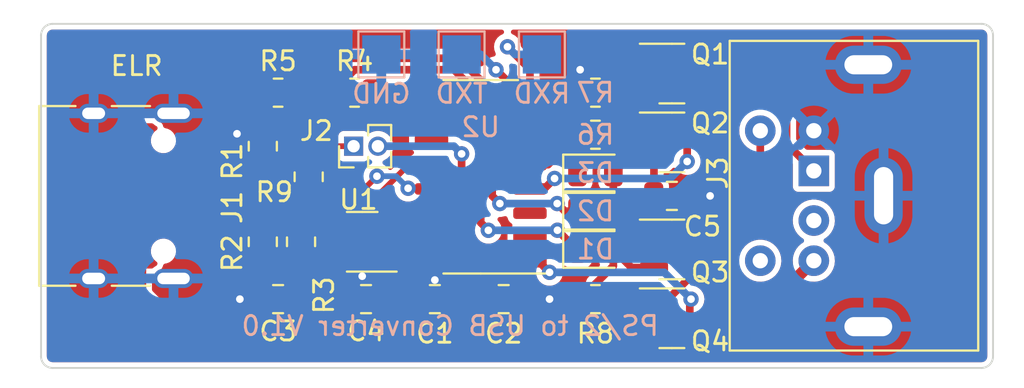
<source format=kicad_pcb>
(kicad_pcb (version 20211014) (generator pcbnew)
  (layers (0 "F.Cu" signal) (31 "B.Cu" signal) (34 "B.Paste" user) (35 "F.Paste" user) (36 "B.SilkS" user "B.Silkscreen") (37 "F.SilkS" user "F.Silkscreen") (38 "B.Mask" user) (39 "F.Mask" user) (44 "Edge.Cuts" user))
  (net 0 "")
  (net 1 "+5V")
  (net 2 "GND")
  (net 3 "+3V3")
  (net 4 "Net-(C3-Pad1)")
  (net 5 "Net-(D1-Pad1)")
  (net 6 "Net-(D2-Pad1)")
  (net 7 "Net-(D3-Pad1)")
  (net 8 "Net-(J1-PadA5)")
  (net 9 "/USBDP")
  (net 10 "/USBDM")
  (net 12 "Net-(J1-PadB5)")
  (net 14 "Net-(J2-Pad1)")
  (net 15 "/KBDAT")
  (net 17 "/KBCLK")
  (net 19 "Net-(Q1-Pad1)")
  (net 20 "Net-(Q3-Pad1)")
  (net 21 "Net-(R3-Pad1)")
  (net 22 "/LED0")
  (net 23 "/LED1")
  (net 24 "/LED2")
  (net 27 "/TXD")
  (net 28 "/RXD")
  (footprint "Package_SO:SO-16_3.9x9.9mm_P1.27mm" (layer "F.Cu") (at 147.4 100.6 180)
    (fp_text reference "U2" (at 0 2.6) (layer "B.SilkS") (effects (justify mirror)))
    (fp_text value "CH552G")
    (fp_line (start 0 -5.06) (end 1.95 -5.06) (layer "F.SilkS") (width 0.12))
    (fp_line (start 0 5.06) (end 1.95 5.06) (layer "F.SilkS") (width 0.12))
    (fp_line (start 0 -5.06) (end -3.45 -5.06) (layer "F.SilkS") (width 0.12))
    (fp_line (start 0 5.06) (end -1.95 5.06) (layer "F.SilkS") (width 0.12))
    (pad "1" smd roundrect (at -2.575 -4.445 180) (size 1.75 0.6) (layers "F.Cu" "F.Paste" "F.Mask") (net 17 "/KBCLK"))
    (pad "2" smd roundrect (at -2.575 -3.175 180) (size 1.75 0.6) (layers "F.Cu" "F.Paste" "F.Mask"))
    (pad "3" smd roundrect (at -2.575 -1.905 180) (size 1.75 0.6) (layers "F.Cu" "F.Paste" "F.Mask"))
    (pad "4" smd roundrect (at -2.575 -0.635 180) (size 1.75 0.6) (layers "F.Cu" "F.Paste" "F.Mask") (net 15 "/KBDAT"))
    (pad "5" smd roundrect (at -2.575 0.635 180) (size 1.75 0.6) (layers "F.Cu" "F.Paste" "F.Mask") (net 24 "/LED2"))
    (pad "6" smd roundrect (at -2.575 1.905 180) (size 1.75 0.6) (layers "F.Cu" "F.Paste" "F.Mask"))
    (pad "7" smd roundrect (at -2.575 3.175 180) (size 1.75 0.6) (layers "F.Cu" "F.Paste" "F.Mask") (net 27 "/TXD"))
    (pad "8" smd roundrect (at -2.575 4.445 180) (size 1.75 0.6) (layers "F.Cu" "F.Paste" "F.Mask") (net 28 "/RXD"))
    (pad "9" smd roundrect (at 2.575 4.445 180) (size 1.75 0.6) (layers "F.Cu" "F.Paste" "F.Mask") (net 22 "/LED0"))
    (pad "10" smd roundrect (at 2.575 3.175 180) (size 1.75 0.6) (layers "F.Cu" "F.Paste" "F.Mask") (net 23 "/LED1"))
    (pad "11" smd roundrect (at 2.575 1.905 180) (size 1.75 0.6) (layers "F.Cu" "F.Paste" "F.Mask"))
    (pad "12" smd roundrect (at 2.575 0.635 180) (size 1.75 0.6) (layers "F.Cu" "F.Paste" "F.Mask") (net 9 "/USBDP"))
    (pad "13" smd roundrect (at 2.575 -0.635 180) (size 1.75 0.6) (layers "F.Cu" "F.Paste" "F.Mask") (net 10 "/USBDM"))
    (pad "14" smd roundrect (at 2.575 -1.905 180) (size 1.75 0.6) (layers "F.Cu" "F.Paste" "F.Mask") (net 2 "GND"))
    (pad "15" smd roundrect (at 2.575 -3.175 180) (size 1.75 0.6) (layers "F.Cu" "F.Paste" "F.Mask") (net 1 "+5V"))
    (pad "16" smd roundrect (at 2.575 -4.445 180) (size 1.75 0.6) (layers "F.Cu" "F.Paste" "F.Mask") (net 3 "+3V3"))
  )
  (footprint "LED_SMD:LED_0805_2012Metric" (layer "F.Cu") (at 153.4 102.4)
    (fp_text reference "D2" (at 0 0) (layer "B.SilkS") (effects (justify mirror)))
    (fp_text value "orange")
    (fp_line (start -1.685 -0.96) (end -1.685 0.96) (layer "F.SilkS") (width 0.12))
    (fp_line (start -1.685 0.96) (end 1 0.96) (layer "F.SilkS") (width 0.12))
    (fp_line (start 1 -0.96) (end -1.685 -0.96) (layer "F.SilkS") (width 0.12))
    (pad "1" smd roundrect (at -0.9375 0) (size 0.975 1.4) (layers "F.Cu" "F.Paste" "F.Mask") (net 6 "Net-(D2-Pad1)"))
    (pad "2" smd roundrect (at 0.9375 0) (size 0.975 1.4) (layers "F.Cu" "F.Paste" "F.Mask") (net 1 "+5V"))
  )
  (footprint "Capacitor_SMD:C_0805_2012Metric" (layer "F.Cu") (at 141.4 107 180)
    (fp_text reference "C4" (at 0 -1.68) (layer "F.SilkS"))
    (fp_text value "0.1u")
    (fp_line (start -0.261252 -0.735) (end 0.261252 -0.735) (layer "F.SilkS") (width 0.12))
    (fp_line (start -0.261252 0.735) (end 0.261252 0.735) (layer "F.SilkS") (width 0.12))
    (pad "1" smd roundrect (at -0.95 0 180) (size 1 1.45) (layers "F.Cu" "F.Paste" "F.Mask") (net 1 "+5V"))
    (pad "2" smd roundrect (at 0.95 0 180) (size 1 1.45) (layers "F.Cu" "F.Paste" "F.Mask") (net 2 "GND"))
  )
  (footprint "LED_SMD:LED_0805_2012Metric" (layer "F.Cu") (at 153.4 104.4)
    (fp_text reference "D1" (at 0 0) (layer "B.SilkS") (effects (justify mirror)))
    (fp_text value "orange")
    (fp_line (start -1.685 0.96) (end 1 0.96) (layer "F.SilkS") (width 0.12))
    (fp_line (start 1 -0.96) (end -1.685 -0.96) (layer "F.SilkS") (width 0.12))
    (fp_line (start -1.685 -0.96) (end -1.685 0.96) (layer "F.SilkS") (width 0.12))
    (pad "1" smd roundrect (at -0.9375 0) (size 0.975 1.4) (layers "F.Cu" "F.Paste" "F.Mask") (net 5 "Net-(D1-Pad1)"))
    (pad "2" smd roundrect (at 0.9375 0) (size 0.975 1.4) (layers "F.Cu" "F.Paste" "F.Mask") (net 1 "+5V"))
  )
  (footprint "Resistor_SMD:R_0805_2012Metric" (layer "F.Cu") (at 153.4 96.2 180)
    (fp_text reference "R7" (at 0 0) (layer "B.SilkS") (effects (justify mirror)))
    (fp_text value "2K2")
    (fp_line (start -0.227064 0.735) (end 0.227064 0.735) (layer "F.SilkS") (width 0.12))
    (fp_line (start -0.227064 -0.735) (end 0.227064 -0.735) (layer "F.SilkS") (width 0.12))
    (pad "1" smd roundrect (at -0.9125 0 180) (size 1.025 1.4) (layers "F.Cu" "F.Paste" "F.Mask") (roundrect_rratio 0.243902439) (net 19 "Net-(Q1-Pad1)"))
    (pad "2" smd roundrect (at 0.9125 0 180) (size 1.025 1.4) (layers "F.Cu" "F.Paste" "F.Mask") (roundrect_rratio 0.243902439) (net 2 "GND"))
  )
  (footprint "Package_TO_SOT_SMD:SOT-23-5" (layer "F.Cu") (at 141.2 104 180)
    (fp_text reference "U1" (at 0.2 2.2) (layer "F.SilkS"))
    (fp_text value "MT9700")
    (fp_line (start 0 -1.56) (end -1.8 -1.56) (layer "F.SilkS") (width 0.12))
    (fp_line (start 0 -1.56) (end 0.8 -1.56) (layer "F.SilkS") (width 0.12))
    (fp_line (start 0 1.56) (end 0.8 1.56) (layer "F.SilkS") (width 0.12))
    (fp_line (start 0 1.56) (end -0.8 1.56) (layer "F.SilkS") (width 0.12))
    (pad "1" smd roundrect (at -1.1375 -0.95 180) (size 1.325 0.6) (layers "F.Cu" "F.Paste" "F.Mask") (net 1 "+5V"))
    (pad "2" smd roundrect (at -1.1375 0 180) (size 1.325 0.6) (layers "F.Cu" "F.Paste" "F.Mask") (net 2 "GND"))
    (pad "3" smd roundrect (at -1.1375 0.95 180) (size 1.325 0.6) (layers "F.Cu" "F.Paste" "F.Mask") (net 21 "Net-(R3-Pad1)"))
    (pad "4" smd roundrect (at 1.1375 0.95 180) (size 1.325 0.6) (layers "F.Cu" "F.Paste" "F.Mask") (net 4 "Net-(C3-Pad1)"))
    (pad "5" smd roundrect (at 1.1375 -0.95 180) (size 1.325 0.6) (layers "F.Cu" "F.Paste" "F.Mask") (net 4 "Net-(C3-Pad1)"))
  )
  (footprint "Connector_USB:USB_C_Receptacle_HRO_TYPE-C-31-M-12" (layer "F.Cu") (at 128.2 101.6 -90)
    (fp_text reference "J1" (at 0.6 -6.2 90) (layer "F.SilkS"))
    (fp_text value "USB_C_Receptacle_USB2.0")
    (fp_line (start 4.7 -1.9) (end 4.7 0.1) (layer "F.SilkS") (width 0.12))
    (fp_line (start 4.7 2) (end 4.7 3.9) (layer "F.SilkS") (width 0.12))
    (fp_line (start -4.7 2) (end -4.7 3.9) (layer "F.SilkS") (width 0.12))
    (fp_line (start -4.7 3.9) (end 4.7 3.9) (layer "F.SilkS") (width 0.12))
    (fp_line (start -4.7 -1.9) (end -4.7 0.1) (layer "F.SilkS") (width 0.12))
    (pad "" np_thru_hole circle (at 2.89 -2.6 270) (size 0.65 0.65) (drill 0.65) (layers *.Cu *.Mask))
    (pad "" np_thru_hole circle (at -2.89 -2.6 270) (size 0.65 0.65) (drill 0.65) (layers *.Cu *.Mask))
    (pad "A1" smd rect (at -3.25 -4.045 270) (size 0.6 1.45) (layers "F.Cu" "F.Paste" "F.Mask") (net 2 "GND"))
    (pad "A4" smd rect (at -2.45 -4.045 270) (size 0.6 1.45) (layers "F.Cu" "F.Paste" "F.Mask") (net 4 "Net-(C3-Pad1)"))
    (pad "A5" smd rect (at -1.25 -4.045 270) (size 0.3 1.45) (layers "F.Cu" "F.Paste" "F.Mask") (net 8 "Net-(J1-PadA5)"))
    (pad "A6" smd rect (at -0.25 -4.045 270) (size 0.3 1.45) (layers "F.Cu" "F.Paste" "F.Mask") (net 9 "/USBDP"))
    (pad "A7" smd rect (at 0.25 -4.045 270) (size 0.3 1.45) (layers "F.Cu" "F.Paste" "F.Mask") (net 10 "/USBDM"))
    (pad "A8" smd rect (at 1.25 -4.045 270) (size 0.3 1.45) (layers "F.Cu" "F.Paste" "F.Mask"))
    (pad "A9" smd rect (at 2.45 -4.045 270) (size 0.6 1.45) (layers "F.Cu" "F.Paste" "F.Mask") (net 4 "Net-(C3-Pad1)"))
    (pad "A12" smd rect (at 3.25 -4.045 270) (size 0.6 1.45) (layers "F.Cu" "F.Paste" "F.Mask") (net 2 "GND"))
    (pad "B1" smd rect (at 3.25 -4.045 270) (size 0.6 1.45) (layers "F.Cu" "F.Paste" "F.Mask") (net 2 "GND"))
    (pad "B4" smd rect (at 2.45 -4.045 270) (size 0.6 1.45) (layers "F.Cu" "F.Paste" "F.Mask") (net 4 "Net-(C3-Pad1)"))
    (pad "B5" smd rect (at 1.75 -4.045 270) (size 0.3 1.45) (layers "F.Cu" "F.Paste" "F.Mask") (net 12 "Net-(J1-PadB5)"))
    (pad "B6" smd rect (at 0.75 -4.045 270) (size 0.3 1.45) (layers "F.Cu" "F.Paste" "F.Mask") (net 9 "/USBDP"))
    (pad "B7" smd rect (at -0.75 -4.045 270) (size 0.3 1.45) (layers "F.Cu" "F.Paste" "F.Mask") (net 10 "/USBDM"))
    (pad "B8" smd rect (at -1.75 -4.045 270) (size 0.3 1.45) (layers "F.Cu" "F.Paste" "F.Mask"))
    (pad "B9" smd rect (at -2.45 -4.045 270) (size 0.6 1.45) (layers "F.Cu" "F.Paste" "F.Mask") (net 4 "Net-(C3-Pad1)"))
    (pad "B12" smd rect (at -3.25 -4.045 270) (size 0.6 1.45) (layers "F.Cu" "F.Paste" "F.Mask") (net 2 "GND"))
    (pad "S1" thru_hole oval (at 4.32 1.05 270) (size 1 1.6) (drill oval 0.6 1.2) (layers *.Cu *.Mask) (net 2 "GND"))
    (pad "S1" thru_hole oval (at -4.32 1.05 270) (size 1 1.6) (drill oval 0.6 1.2) (layers *.Cu *.Mask) (net 2 "GND"))
    (pad "S1" thru_hole oval (at 4.32 -3.13 270) (size 1 2.1) (drill oval 0.6 1.7) (layers *.Cu *.Mask) (net 2 "GND"))
    (pad "S1" thru_hole oval (at -4.32 -3.13 270) (size 1 2.1) (drill oval 0.6 1.7) (layers *.Cu *.Mask) (net 2 "GND"))
  )
  (footprint "Package_TO_SOT_SMD:SOT-23" (layer "F.Cu") (at 157.4 108)
    (fp_text reference "Q4" (at 2 1.2) (layer "F.SilkS"))
    (fp_text value "MMBT3906")
    (fp_line (start 0 -1.56) (end -1.675 -1.56) (layer "F.SilkS") (width 0.12))
    (fp_line (start 0 1.56) (end 0.65 1.56) (layer "F.SilkS") (width 0.12))
    (fp_line (start 0 -1.56) (end 0.65 -1.56) (layer "F.SilkS") (width 0.12))
    (fp_line (start 0 1.56) (end -0.65 1.56) (layer "F.SilkS") (width 0.12))
    (pad "1" smd roundrect (at -0.9375 -0.95) (size 1.475 0.6) (layers "F.Cu" "F.Paste" "F.Mask") (net 20 "Net-(Q3-Pad1)"))
    (pad "2" smd roundrect (at -0.9375 0.95) (size 1.475 0.6) (layers "F.Cu" "F.Paste" "F.Mask") (net 1 "+5V"))
    (pad "3" smd roundrect (at 0.9375 0) (size 1.475 0.6) (layers "F.Cu" "F.Paste" "F.Mask") (net 17 "/KBCLK"))
  )
  (footprint "Signetics:Connector_Mini-DIN_Female_6Pin_2rows" (layer "F.Cu") (at 164.825 100.29 90)
    (fp_text reference "J3" (at -0.11 -5.025 270) (layer "F.SilkS"))
    (fp_text value "Mini-DIN-6")
    (fp_line (start -9.4 -4.4) (end -9.4 8.6) (layer "F.SilkS") (width 0.12))
    (fp_line (start 6.8 -4.4) (end 6.8 8.6) (layer "F.SilkS") (width 0.12))
    (fp_line (start -9.4 -4.4) (end 6.8 -4.4) (layer "F.SilkS") (width 0.12))
    (fp_line (start -9.4 8.6) (end 6.8 8.6) (layer "F.SilkS") (width 0.12))
    (pad "1" thru_hole rect locked (at 0 0 90) (size 1.6 1.6) (drill 0.8) (layers *.Cu *.Mask) (net 15 "/KBDAT"))
    (pad "2" thru_hole circle locked (at -2.6 0 90) (size 1.6 1.6) (drill 0.8) (layers *.Cu *.Mask))
    (pad "3" thru_hole circle locked (at 2.1 0 90) (size 1.6 1.6) (drill 0.8) (layers *.Cu *.Mask) (net 2 "GND"))
    (pad "4" thru_hole circle locked (at -4.7 0 90) (size 1.6 1.6) (drill 0.8) (layers *.Cu *.Mask) (net 1 "+5V"))
    (pad "5" thru_hole circle locked (at 2.1 -2.8 90) (size 1.6 1.6) (drill 0.8) (layers *.Cu *.Mask) (net 17 "/KBCLK"))
    (pad "6" thru_hole circle locked (at -4.7 -2.8 90) (size 1.6 1.6) (drill 0.8) (layers *.Cu *.Mask))
    (pad "7" thru_hole oval locked (at -1.3 3.65 90) (size 4 2) (drill oval 3 1) (layers *.Cu *.Mask) (net 2 "GND"))
    (pad "7" thru_hole oval locked (at 5.55 2.85 90) (size 2 3.5) (drill oval 1 2.5) (layers *.Cu *.Mask) (net 2 "GND"))
    (pad "7" thru_hole oval locked (at -8.15 2.85 90) (size 2 3.5) (drill oval 1 2.5) (layers *.Cu *.Mask) (net 2 "GND"))
  )
  (footprint "LED_SMD:LED_0805_2012Metric" (layer "F.Cu") (at 153.4 100.4)
    (fp_text reference "D3" (at 0 0) (layer "B.SilkS") (effects (justify mirror)))
    (fp_text value "orange")
    (fp_line (start 1 -0.96) (end -1.685 -0.96) (layer "F.SilkS") (width 0.12))
    (fp_line (start -1.685 0.96) (end 1 0.96) (layer "F.SilkS") (width 0.12))
    (fp_line (start -1.685 -0.96) (end -1.685 0.96) (layer "F.SilkS") (width 0.12))
    (pad "1" smd roundrect (at -0.9375 0) (size 0.975 1.4) (layers "F.Cu" "F.Paste" "F.Mask") (net 7 "Net-(D3-Pad1)"))
    (pad "2" smd roundrect (at 0.9375 0) (size 0.975 1.4) (layers "F.Cu" "F.Paste" "F.Mask") (net 1 "+5V"))
  )
  (footprint "Package_TO_SOT_SMD:SOT-23" (layer "F.Cu") (at 157.4 104.4)
    (fp_text reference "Q3" (at 2 1.2) (layer "F.SilkS"))
    (fp_text value "MMBT3906")
    (fp_line (start 0 -1.56) (end 0.65 -1.56) (layer "F.SilkS") (width 0.12))
    (fp_line (start 0 1.56) (end -0.65 1.56) (layer "F.SilkS") (width 0.12))
    (fp_line (start 0 -1.56) (end -1.675 -1.56) (layer "F.SilkS") (width 0.12))
    (fp_line (start 0 1.56) (end 0.65 1.56) (layer "F.SilkS") (width 0.12))
    (pad "1" smd roundrect (at -0.9375 -0.95) (size 1.475 0.6) (layers "F.Cu" "F.Paste" "F.Mask") (net 20 "Net-(Q3-Pad1)"))
    (pad "2" smd roundrect (at -0.9375 0.95) (size 1.475 0.6) (layers "F.Cu" "F.Paste" "F.Mask") (net 1 "+5V"))
    (pad "3" smd roundrect (at 0.9375 0) (size 1.475 0.6) (layers "F.Cu" "F.Paste" "F.Mask") (net 20 "Net-(Q3-Pad1)"))
  )
  (footprint "Package_TO_SOT_SMD:SOT-23" (layer "F.Cu") (at 157.4 95.2)
    (fp_text reference "Q1" (at 2 -1) (layer "F.SilkS"))
    (fp_text value "MMBT3906")
    (fp_line (start 0 -1.56) (end 0.65 -1.56) (layer "F.SilkS") (width 0.12))
    (fp_line (start 0 -1.56) (end -1.675 -1.56) (layer "F.SilkS") (width 0.12))
    (fp_line (start 0 1.56) (end 0.65 1.56) (layer "F.SilkS") (width 0.12))
    (fp_line (start 0 1.56) (end -0.65 1.56) (layer "F.SilkS") (width 0.12))
    (pad "1" smd roundrect (at -0.9375 -0.95) (size 1.475 0.6) (layers "F.Cu" "F.Paste" "F.Mask") (net 19 "Net-(Q1-Pad1)"))
    (pad "2" smd roundrect (at -0.9375 0.95) (size 1.475 0.6) (layers "F.Cu" "F.Paste" "F.Mask") (net 1 "+5V"))
    (pad "3" smd roundrect (at 0.9375 0) (size 1.475 0.6) (layers "F.Cu" "F.Paste" "F.Mask") (net 19 "Net-(Q1-Pad1)"))
  )
  (footprint "Capacitor_SMD:C_0805_2012Metric" (layer "F.Cu") (at 145 107)
    (fp_text reference "C1" (at 0 1.8) (layer "F.SilkS"))
    (fp_text value "0.1u")
    (fp_line (start -0.261252 0.735) (end 0.261252 0.735) (layer "F.SilkS") (width 0.12))
    (fp_line (start -0.261252 -0.735) (end 0.261252 -0.735) (layer "F.SilkS") (width 0.12))
    (pad "1" smd roundrect (at -0.95 0) (size 1 1.45) (layers "F.Cu" "F.Paste" "F.Mask") (net 1 "+5V"))
    (pad "2" smd roundrect (at 0.95 0) (size 1 1.45) (layers "F.Cu" "F.Paste" "F.Mask") (net 2 "GND"))
  )
  (footprint "Resistor_SMD:R_0805_2012Metric" (layer "F.Cu") (at 136 104 -90)
    (fp_text reference "R2" (at 0.6 1.6 90) (layer "F.SilkS"))
    (fp_text value "5K1")
    (fp_line (start -0.227064 0.735) (end 0.227064 0.735) (layer "F.SilkS") (width 0.12))
    (fp_line (start -0.227064 -0.735) (end 0.227064 -0.735) (layer "F.SilkS") (width 0.12))
    (pad "1" smd roundrect (at -0.9125 0 270) (size 1.025 1.4) (layers "F.Cu" "F.Paste" "F.Mask") (roundrect_rratio 0.243902439) (net 12 "Net-(J1-PadB5)"))
    (pad "2" smd roundrect (at 0.9125 0 270) (size 1.025 1.4) (layers "F.Cu" "F.Paste" "F.Mask") (roundrect_rratio 0.243902439) (net 2 "GND"))
  )
  (footprint "Resistor_SMD:R_0805_2012Metric" (layer "F.Cu") (at 153.4 107 180)
    (fp_text reference "R8" (at 0 -1.8) (layer "F.SilkS"))
    (fp_text value "2K2")
    (fp_line (start -0.227064 -0.735) (end 0.227064 -0.735) (layer "F.SilkS") (width 0.12))
    (fp_line (start -0.227064 0.735) (end 0.227064 0.735) (layer "F.SilkS") (width 0.12))
    (pad "1" smd roundrect (at -0.9125 0 180) (size 1.025 1.4) (layers "F.Cu" "F.Paste" "F.Mask") (roundrect_rratio 0.243902439) (net 20 "Net-(Q3-Pad1)"))
    (pad "2" smd roundrect (at 0.9125 0 180) (size 1.025 1.4) (layers "F.Cu" "F.Paste" "F.Mask") (roundrect_rratio 0.243902439) (net 2 "GND"))
  )
  (footprint "Resistor_SMD:R_0805_2012Metric" (layer "F.Cu") (at 136 99 90)
    (fp_text reference "R1" (at -0.8 -1.6 90) (layer "F.SilkS"))
    (fp_text value "5K1")
    (fp_line (start -0.227064 0.735) (end 0.227064 0.735) (layer "F.SilkS") (width 0.12))
    (fp_line (start -0.227064 -0.735) (end 0.227064 -0.735) (layer "F.SilkS") (width 0.12))
    (pad "1" smd roundrect (at -0.9125 0 90) (size 1.025 1.4) (layers "F.Cu" "F.Paste" "F.Mask") (roundrect_rratio 0.243902439) (net 8 "Net-(J1-PadA5)"))
    (pad "2" smd roundrect (at 0.9125 0 90) (size 1.025 1.4) (layers "F.Cu" "F.Paste" "F.Mask") (roundrect_rratio 0.243902439) (net 2 "GND"))
  )
  (footprint "Capacitor_SMD:C_0805_2012Metric" (layer "F.Cu") (at 136.8 107 180)
    (fp_text reference "C3" (at 0 -1.68) (layer "F.SilkS"))
    (fp_text value "0.1u")
    (fp_line (start -0.261252 0.735) (end 0.261252 0.735) (layer "F.SilkS") (width 0.12))
    (fp_line (start -0.261252 -0.735) (end 0.261252 -0.735) (layer "F.SilkS") (width 0.12))
    (pad "1" smd roundrect (at -0.95 0 180) (size 1 1.45) (layers "F.Cu" "F.Paste" "F.Mask") (net 4 "Net-(C3-Pad1)"))
    (pad "2" smd roundrect (at 0.95 0 180) (size 1 1.45) (layers "F.Cu" "F.Paste" "F.Mask") (net 2 "GND"))
  )
  (footprint "Package_TO_SOT_SMD:SOT-23" (layer "F.Cu") (at 157.4 98.8)
    (fp_text reference "Q2" (at 2 -1) (layer "F.SilkS"))
    (fp_text value "MMBT3906")
    (fp_line (start 0 1.56) (end 0.65 1.56) (layer "F.SilkS") (width 0.12))
    (fp_line (start 0 1.56) (end -0.65 1.56) (layer "F.SilkS") (width 0.12))
    (fp_line (start 0 -1.56) (end 0.65 -1.56) (layer "F.SilkS") (width 0.12))
    (fp_line (start 0 -1.56) (end -1.675 -1.56) (layer "F.SilkS") (width 0.12))
    (pad "1" smd roundrect (at -0.9375 -0.95) (size 1.475 0.6) (layers "F.Cu" "F.Paste" "F.Mask") (net 19 "Net-(Q1-Pad1)"))
    (pad "2" smd roundrect (at -0.9375 0.95) (size 1.475 0.6) (layers "F.Cu" "F.Paste" "F.Mask") (net 1 "+5V"))
    (pad "3" smd roundrect (at 0.9375 0) (size 1.475 0.6) (layers "F.Cu" "F.Paste" "F.Mask") (net 15 "/KBDAT"))
  )
  (footprint "Capacitor_SMD:C_0805_2012Metric" (layer "F.Cu") (at 157.4 101.6)
    (fp_text reference "C5" (at 1.6 1.6 180) (layer "F.SilkS"))
    (fp_text value "0.1u")
    (fp_line (start -0.261252 -0.735) (end 0.261252 -0.735) (layer "F.SilkS") (width 0.12))
    (fp_line (start -0.261252 0.735) (end 0.261252 0.735) (layer "F.SilkS") (width 0.12))
    (pad "1" smd roundrect (at -0.95 0) (size 1 1.45) (layers "F.Cu" "F.Paste" "F.Mask") (net 1 "+5V"))
    (pad "2" smd roundrect (at 0.95 0) (size 1 1.45) (layers "F.Cu" "F.Paste" "F.Mask") (net 2 "GND"))
  )
  (footprint "Connector_PinHeader_1.27mm:PinHeader_1x02_P1.27mm_Vertical" (layer "F.Cu") (at 140.75 99 90)
    (fp_text reference "J2" (at 0.8 -1.95 180) (layer "F.SilkS"))
    (fp_text value "Conn_01x02")
    (fp_line (start -1.11 0.76) (end -1.11 1.965) (layer "F.SilkS") (width 0.12))
    (fp_line (start -1.11 0.76) (end -0.563471 0.76) (layer "F.SilkS") (width 0.12))
    (fp_line (start -1.11 1.965) (end -0.30753 1.965) (layer "F.SilkS") (width 0.12))
    (fp_line (start -1.11 -0.76) (end 0 -0.76) (layer "F.SilkS") (width 0.12))
    (fp_line (start 0.30753 1.965) (end 1.11 1.965) (layer "F.SilkS") (width 0.12))
    (fp_line (start 0.563471 0.76) (end 1.11 0.76) (layer "F.SilkS") (width 0.12))
    (fp_line (start 1.11 0.76) (end 1.11 1.965) (layer "F.SilkS") (width 0.12))
    (fp_line (start -1.11 0) (end -1.11 -0.76) (layer "F.SilkS") (width 0.12))
    (pad "1" thru_hole rect (at 0 0 90) (size 1 1) (drill 0.65) (layers *.Cu *.Mask) (net 14 "Net-(J2-Pad1)"))
    (pad "2" thru_hole oval (at 0 1.27 90) (size 1 1) (drill 0.65) (layers *.Cu *.Mask) (net 3 "+3V3"))
  )
  (footprint "Resistor_SMD:R_0805_2012Metric" (layer "F.Cu") (at 136.8 96.2)
    (fp_text reference "R5" (at 0 -1.65) (layer "F.SilkS"))
    (fp_text value "2K2")
    (fp_line (start -0.227064 -0.735) (end 0.227064 -0.735) (layer "F.SilkS") (width 0.12))
    (fp_line (start -0.227064 0.735) (end 0.227064 0.735) (layer "F.SilkS") (width 0.12))
    (pad "1" smd roundrect (at -0.9125 0) (size 1.025 1.4) (layers "F.Cu" "F.Paste" "F.Mask") (roundrect_rratio 0.243902439) (net 6 "Net-(D2-Pad1)"))
    (pad "2" smd roundrect (at 0.9125 0) (size 1.025 1.4) (layers "F.Cu" "F.Paste" "F.Mask") (roundrect_rratio 0.243902439) (net 23 "/LED1"))
  )
  (footprint "Resistor_SMD:R_0805_2012Metric" (layer "F.Cu") (at 153.4 98.4 180)
    (fp_text reference "R6" (at 0 0) (layer "B.SilkS") (effects (justify mirror)))
    (fp_text value "2K2")
    (fp_line (start -0.227064 0.735) (end 0.227064 0.735) (layer "F.SilkS") (width 0.12))
    (fp_line (start -0.227064 -0.735) (end 0.227064 -0.735) (layer "F.SilkS") (width 0.12))
    (pad "1" smd roundrect (at -0.9125 0 180) (size 1.025 1.4) (layers "F.Cu" "F.Paste" "F.Mask") (roundrect_rratio 0.243902439) (net 7 "Net-(D3-Pad1)"))
    (pad "2" smd roundrect (at 0.9125 0 180) (size 1.025 1.4) (layers "F.Cu" "F.Paste" "F.Mask") (roundrect_rratio 0.243902439) (net 24 "/LED2"))
  )
  (footprint "Resistor_SMD:R_0805_2012Metric" (layer "F.Cu") (at 138.4 100.6 90)
    (fp_text reference "R9" (at -0.8 -1.8 180) (layer "F.SilkS"))
    (fp_text value "10k")
    (fp_line (start -0.227064 -0.735) (end 0.227064 -0.735) (layer "F.SilkS") (width 0.12))
    (fp_line (start -0.227064 0.735) (end 0.227064 0.735) (layer "F.SilkS") (width 0.12))
    (pad "1" smd roundrect (at -0.9125 0 90) (size 1.025 1.4) (layers "F.Cu" "F.Paste" "F.Mask") (roundrect_rratio 0.243902439) (net 9 "/USBDP"))
    (pad "2" smd roundrect (at 0.9125 0 90) (size 1.025 1.4) (layers "F.Cu" "F.Paste" "F.Mask") (roundrect_rratio 0.243902439) (net 14 "Net-(J2-Pad1)"))
  )
  (footprint "Resistor_SMD:R_0805_2012Metric" (layer "F.Cu") (at 140.8 96.2)
    (fp_text reference "R4" (at 0 -1.65) (layer "F.SilkS"))
    (fp_text value "2K2")
    (fp_line (start -0.227064 -0.735) (end 0.227064 -0.735) (layer "F.SilkS") (width 0.12))
    (fp_line (start -0.227064 0.735) (end 0.227064 0.735) (layer "F.SilkS") (width 0.12))
    (pad "1" smd roundrect (at -0.9125 0) (size 1.025 1.4) (layers "F.Cu" "F.Paste" "F.Mask") (roundrect_rratio 0.243902439) (net 5 "Net-(D1-Pad1)"))
    (pad "2" smd roundrect (at 0.9125 0) (size 1.025 1.4) (layers "F.Cu" "F.Paste" "F.Mask") (roundrect_rratio 0.243902439) (net 22 "/LED0"))
  )
  (footprint "Resistor_SMD:R_0805_2012Metric" (layer "F.Cu") (at 138 104 -90)
    (fp_text reference "R3" (at 2.8 -1.2 90) (layer "F.SilkS"))
    (fp_text value "4.7k")
    (fp_line (start -0.227064 0.735) (end 0.227064 0.735) (layer "F.SilkS") (width 0.12))
    (fp_line (start -0.227064 -0.735) (end 0.227064 -0.735) (layer "F.SilkS") (width 0.12))
    (pad "1" smd roundrect (at -0.9125 0 270) (size 1.025 1.4) (layers "F.Cu" "F.Paste" "F.Mask") (roundrect_rratio 0.243902439) (net 21 "Net-(R3-Pad1)"))
    (pad "2" smd roundrect (at 0.9125 0 270) (size 1.025 1.4) (layers "F.Cu" "F.Paste" "F.Mask") (roundrect_rratio 0.243902439) (net 2 "GND"))
  )
  (footprint "Capacitor_SMD:C_0805_2012Metric" (layer "F.Cu") (at 148.6 107)
    (fp_text reference "C2" (at 0 1.8) (layer "F.SilkS"))
    (fp_text value "0.1u")
    (fp_line (start -0.261252 0.735) (end 0.261252 0.735) (layer "F.SilkS") (width 0.12))
    (fp_line (start -0.261252 -0.735) (end 0.261252 -0.735) (layer "F.SilkS") (width 0.12))
    (pad "1" smd roundrect (at -0.95 0) (size 1 1.45) (layers "F.Cu" "F.Paste" "F.Mask") (net 3 "+3V3"))
    (pad "2" smd roundrect (at 0.95 0) (size 1 1.45) (layers "F.Cu" "F.Paste" "F.Mask") (net 2 "GND"))
  )
  (footprint "TestPoint:TestPoint_Pad_2.0x2.0mm" (layer "B.Cu") (at 146.4 94.2 180)
    (fp_text reference "TP1" hide)
    (fp_text value "TXD" (at 0 -2.05) (layer "B.SilkS") (effects (justify mirror)))
    (fp_line (start 1.2 1.2) (end 1.2 -1.2) (layer "B.SilkS") (width 0.12))
    (fp_line (start -1.2 1.2) (end 1.2 1.2) (layer "B.SilkS") (width 0.12))
    (fp_line (start -1.2 -1.2) (end -1.2 1.2) (layer "B.SilkS") (width 0.12))
    (fp_line (start 1.2 -1.2) (end -1.2 -1.2) (layer "B.SilkS") (width 0.12))
    (pad "1" smd rect (at 0 0 180) (size 2 2) (layers "B.Cu" "B.Mask") (net 27 "/TXD"))
  )
  (footprint "TestPoint:TestPoint_Pad_2.0x2.0mm" (layer "B.Cu") (at 150.6 94.2 180)
    (fp_text reference "TP2" hide)
    (fp_text value "RXD" (at 0 -2.05) (layer "B.SilkS") (effects (justify mirror)))
    (fp_line (start -1.2 1.2) (end 1.2 1.2) (layer "B.SilkS") (width 0.12))
    (fp_line (start 1.2 1.2) (end 1.2 -1.2) (layer "B.SilkS") (width 0.12))
    (fp_line (start -1.2 -1.2) (end -1.2 1.2) (layer "B.SilkS") (width 0.12))
    (fp_line (start 1.2 -1.2) (end -1.2 -1.2) (layer "B.SilkS") (width 0.12))
    (pad "1" smd rect (at 0 0 180) (size 2 2) (layers "B.Cu" "B.Mask") (net 28 "/RXD"))
  )
  (footprint "TestPoint:TestPoint_Pad_2.0x2.0mm" (layer "B.Cu") (at 142.2 94.2 180)
    (fp_text reference "TP3" hide)
    (fp_text value "GND" (at 0 -2.05) (layer "B.SilkS") (effects (justify mirror)))
    (fp_line (start 1.2 -1.2) (end -1.2 -1.2) (layer "B.SilkS") (width 0.12))
    (fp_line (start -1.2 1.2) (end 1.2 1.2) (layer "B.SilkS") (width 0.12))
    (fp_line (start -1.2 -1.2) (end -1.2 1.2) (layer "B.SilkS") (width 0.12))
    (fp_line (start 1.2 1.2) (end 1.2 -1.2) (layer "B.SilkS") (width 0.12))
    (pad "1" smd rect (at 0 0 180) (size 2 2) (layers "B.Cu" "B.Mask") (net 2 "GND"))
  )
  (gr_line (start 125 110.6) (end 173.6 110.6) (layer "Edge.Cuts") (width 0.1))
  (gr_arc (start 173.6 92.6) (mid 174.024264 92.775736) (end 174.2 93.2) (layer "Edge.Cuts") (width 0.1))
  (gr_arc (start 124.4 93.2) (mid 124.575736 92.775736) (end 125 92.6) (layer "Edge.Cuts") (width 0.1))
  (gr_line (start 173.6 92.6) (end 125 92.6) (layer "Edge.Cuts") (width 0.1))
  (gr_line (start 174.2 93.2) (end 174.2 110) (layer "Edge.Cuts") (width 0.1))
  (gr_arc (start 174.2 110) (mid 174.024264 110.424264) (end 173.6 110.6) (layer "Edge.Cuts") (width 0.1))
  (gr_line (start 124.4 93.2) (end 124.4 110) (layer "Edge.Cuts") (width 0.1))
  (gr_arc (start 125 110.6) (mid 124.575736 110.424264) (end 124.4 110) (layer "Edge.Cuts") (width 0.1))
  (gr_text "PS/2 to USB Converter V1.0" (at 145.8 108.4) (layer "B.SilkS") (effects (font (size 1 1)) (justify mirror)))
  (gr_text "ELR" (at 129.4 94.8) (layer "F.SilkS") (effects (font (size 1 1))))
  (segment (start 156.4625 101.5875) (end 156.45 101.6) (width 0.4) (layer "F.Cu") (net 1))
  (segment (start 142.3375 104.95) (end 143.05 104.95) (width 0.4) (layer "F.Cu") (net 1))
  (segment (start 144.05 107) (end 143.55048 106.50048) (width 0.4) (layer "F.Cu") (net 1))
  (segment (start 143.55048 106.50048) (end 143.55048 104.44952) (width 0.4) (layer "F.Cu") (net 1))
  (segment (start 144.05 107.45) (end 145 108.4) (width 0.6) (layer "F.Cu") (net 1))
  (segment (start 156.45 96.15) (end 155.22452 97.37548) (width 0.4) (layer "F.Cu") (net 1))
  (segment (start 156.4625 99.75) (end 154.9875 99.75) (width 0.4) (layer "F.Cu") (net 1))
  (segment (start 156.4625 99.75) (end 156.4625 101.5875) (width 0.4) (layer "F.Cu") (net 1))
  (segment (start 154.9875 99.75) (end 154.3375 100.4) (width 0.4) (layer "F.Cu") (net 1))
  (segment (start 154.3375 104.4) (end 154.3375 105.2625) (width 0.4) (layer "F.Cu") (net 1))
  (segment (start 164.825 104.99) (end 160.865 108.95) (width 0.6) (layer "F.Cu") (net 1))
  (segment (start 144.225 103.775) (end 144.825 103.775) (width 0.4) (layer "F.Cu") (net 1))
  (segment (start 143.05 104.95) (end 143.55048 104.44952) (width 0.4) (layer "F.Cu") (net 1))
  (segment (start 156.4625 105.35) (end 155.2875 105.35) (width 0.4) (layer "F.Cu") (net 1))
  (segment (start 153.4 106.2) (end 153.4 108.4) (width 0.4) (layer "F.Cu") (net 1))
  (segment (start 143.55048 104.44952) (end 144.225 103.775) (width 0.4) (layer "F.Cu") (net 1))
  (segment (start 155.22452 99.51298) (end 154.3375 100.4) (width 0.4) (layer "F.Cu") (net 1))
  (segment (start 153.4 108.4) (end 155.9125 108.4) (width 0.6) (layer "F.Cu") (net 1))
  (segment (start 144.05 107) (end 144.05 107.45) (width 0.6) (layer "F.Cu") (net 1))
  (segment (start 154.3375 105.2625) (end 153.4 106.2) (width 0.4) (layer "F.Cu") (net 1))
  (segment (start 155.2875 105.35) (end 154.3375 104.4) (width 0.4) (layer "F.Cu") (net 1))
  (segment (start 155.22452 97.37548) (end 155.22452 99.51298) (width 0.4) (layer "F.Cu") (net 1))
  (segment (start 142.35 104.9625) (end 142.3375 104.95) (width 0.4) (layer "F.Cu") (net 1))
  (segment (start 160.865 108.95) (end 156.4625 108.95) (width 0.6) (layer "F.Cu") (net 1))
  (segment (start 154.3375 104.4) (end 154.3375 102.4) (width 0.4) (layer "F.Cu") (net 1))
  (segment (start 145 108.4) (end 153.4 108.4) (width 0.6) (layer "F.Cu") (net 1))
  (segment (start 142.35 107) (end 142.35 104.9625) (width 0.4) (layer "F.Cu") (net 1))
  (segment (start 154.3375 100.4) (end 154.3375 102.4) (width 0.4) (layer "F.Cu") (net 1))
  (segment (start 155.9125 108.4) (end 156.4625 108.95) (width 0.6) (layer "F.Cu") (net 1))
  (segment (start 141.847862 104) (end 141.2 104.647862) (width 0.4) (layer "F.Cu") (net 2))
  (segment (start 132.245 104.85) (end 132.245 105.005) (width 0.4) (layer "F.Cu") (net 2))
  (segment (start 140.45 106.55) (end 141.2 105.8) (width 0.4) (layer "F.Cu") (net 2))
  (segment (start 135.9375 104.85) (end 136 104.9125) (width 0.3) (layer "F.Cu") (net 2))
  (segment (start 132.245 104.85) (end 135.9375 104.85) (width 0.3) (layer "F.Cu") (net 2))
  (segment (start 135.7375 98.35) (end 136 98.0875) (width 0.3) (layer "F.Cu") (net 2))
  (segment (start 142.947862 104) (end 144.442862 102.505) (width 0.4) (layer "F.Cu") (net 2))
  (segment (start 135.85 105.0625) (end 136 104.9125) (width 0.3) (layer "F.Cu") (net 2))
  (segment (start 144.442862 102.505) (end 144.825 102.505) (width 0.4) (layer "F.Cu") (net 2))
  (segment (start 158.35 101.6) (end 159.4 101.6) (width 0.4) (layer "F.Cu") (net 2))
  (segment (start 142.3375 104) (end 141.847862 104) (width 0.4) (layer "F.Cu") (net 2))
  (segment (start 131.33 97.28) (end 131.33 97.435) (width 0.3) (layer "F.Cu") (net 2))
  (segment (start 152.4875 95.1125) (end 152.6 95) (width 0.4) (layer "F.Cu") (net 2))
  (segment (start 140.45 107) (end 140.45 106.55) (width 0.4) (layer "F.Cu") (net 2))
  (segment (start 145.95 106.95) (end 145 106) (width 0.4) (layer "F.Cu") (net 2))
  (segment (start 138 104.9125) (end 136 104.9125) (width 0.3) (layer "F.Cu") (net 2))
  (segment (start 142.3375 104) (end 142.947862 104) (width 0.4) (layer "F.Cu") (net 2))
  (segment (start 141.2 104.647862) (end 141.2 105.8) (width 0.4) (layer "F.Cu") (net 2))
  (segment (start 152.4875 107) (end 151 107) (width 0.4) (layer "F.Cu") (net 2))
  (segment (start 149.55 107) (end 151 107) (width 0.4) (layer "F.Cu") (net 2))
  (segment (start 152.4875 96.2) (end 152.4875 95.1125) (width 0.4) (layer "F.Cu") (net 2))
  (segment (start 145.95 107) (end 145.95 106.95) (width 0.4) (layer "F.Cu") (net 2))
  (segment (start 132.245 98.35) (end 134.65 98.35) (width 0.3) (layer "F.Cu") (net 2))
  (segment (start 131.33 97.435) (end 132.245 98.35) (width 0.3) (layer "F.Cu") (net 2))
  (segment (start 132.245 105.005) (end 131.33 105.92) (width 0.4) (layer "F.Cu") (net 2))
  (segment (start 134.65 98.35) (end 135.7375 98.35) (width 0.3) (layer "F.Cu") (net 2))
  (segment (start 135.85 107) (end 134.8 107) (width 0.4) (layer "F.Cu") (net 2))
  (segment (start 135.85 107) (end 135.85 105.0625) (width 0.3) (layer "F.Cu") (net 2))
  (via (at 134.8 107) (size 0.8) (drill 0.4) (layers "F.Cu" "B.Cu") (net 2))
  (via (at 145 106) (size 0.8) (drill 0.4) (layers "F.Cu" "B.Cu") (net 2))
  (via (at 151 107) (size 0.8) (drill 0.4) (layers "F.Cu" "B.Cu") (net 2))
  (via (at 141.2 105.8) (size 0.8) (drill 0.4) (layers "F.Cu" "B.Cu") (net 2))
  (via (at 159.4 101.6) (size 0.8) (drill 0.4) (layers "F.Cu" "B.Cu") (net 2))
  (via (at 152.6 95) (size 0.8) (drill 0.4) (layers "F.Cu" "B.Cu") (net 2))
  (via (at 134.65 98.35) (size 0.8) (drill 0.4) (layers "F.Cu" "B.Cu") (net 2))
  (segment (start 144.825 105.045) (end 146.355 105.045) (width 0.4) (layer "F.Cu") (net 3))
  (segment (start 146.4 105.4) (end 146.4 105) (width 0.4) (layer "F.Cu") (net 3))
  (segment (start 146.4 105) (end 146.4 99.4) (width 0.4) (layer "F.Cu") (net 3))
  (segment (start 147.65 107) (end 147.65 106.65) (width 0.4) (layer "F.Cu") (net 3))
  (segment (start 147.65 106.65) (end 146.4 105.4) (width 0.4) (layer "F.Cu") (net 3))
  (segment (start 146.355 105.045) (end 146.4 105) (width 0.4) (layer "F.Cu") (net 3))
  (via (at 146.4 99.4) (size 0.8) (drill 0.4) (layers "F.Cu" "B.Cu") (net 3))
  (segment (start 146.4 99.4) (end 146 99) (width 0.4) (layer "B.Cu") (net 3))
  (segment (start 146 99) (end 142.02 99) (width 0.4) (layer "B.Cu") (net 3))
  (segment (start 140.0625 103.05) (end 140.0625 104.95) (width 0.4) (layer "F.Cu") (net 4))
  (segment (start 131.02452 108.22452) (end 129.6 106.8) (width 0.6) (layer "F.Cu") (net 4))
  (segment (start 137.75 107) (end 137.75 107.05) (width 0.6) (layer "F.Cu") (net 4))
  (segment (start 136.6 108.2) (end 136.57548 108.22452) (width 0.6) (layer "F.Cu") (net 4))
  (segment (start 137.75 107.05) (end 136.6 108.2) (width 0.6) (layer "F.Cu") (net 4))
  (segment (start 129.6 106.8) (end 129.6 105) (width 0.6) (layer "F.Cu") (net 4))
  (segment (start 136.57548 108.22452) (end 131.02452 108.22452) (width 0.6) (layer "F.Cu") (net 4))
  (segment (start 140.0625 104.95) (end 139.8 104.95) (width 0.4) (layer "F.Cu") (net 4))
  (segment (start 139.8 104.95) (end 137.75 107) (width 0.4) (layer "F.Cu") (net 4))
  (segment (start 147.4 96.4) (end 147.4 103) (width 0.4) (layer "F.Cu") (net 5))
  (segment (start 140.8 95) (end 146 95) (width 0.4) (layer "F.Cu") (net 5))
  (segment (start 152.4625 104.4) (end 152.4179 104.4) (width 0.4) (layer "F.Cu") (net 5))
  (segment (start 139.8875 96.2) (end 139.8875 95.9125) (width 0.4) (layer "F.Cu") (net 5))
  (segment (start 152.4179 104.4) (end 151.413546 103.395646) (width 0.4) (layer "F.Cu") (net 5))
  (segment (start 147.4 103) (end 147.8 103.4) (width 0.4) (layer "F.Cu") (net 5))
  (segment (start 139.8875 95.9125) (end 140.8 95) (width 0.4) (layer "F.Cu") (net 5))
  (segment (start 146 95) (end 147.4 96.4) (width 0.4) (layer "F.Cu") (net 5))
  (via (at 151.413546 103.395646) (size 0.8) (drill 0.4) (layers "F.Cu" "B.Cu") (net 5))
  (via (at 147.8 103.4) (size 0.8) (drill 0.4) (layers "F.Cu" "B.Cu") (net 5))
  (segment (start 151.409192 103.4) (end 151.413546 103.395646) (width 0.4) (layer "B.Cu") (net 5))
  (segment (start 147.8 103.4) (end 151.409192 103.4) (width 0.4) (layer "B.Cu") (net 5))
  (segment (start 147.99952 101.59952) (end 148.4 102) (width 0.4) (layer "F.Cu") (net 6))
  (segment (start 146.24785 94.4) (end 147.99952 96.15167) (width 0.4) (layer "F.Cu") (net 6))
  (segment (start 151.8 102.4) (end 151.4 102) (width 0.4) (layer "F.Cu") (net 6))
  (segment (start 152.4625 102.4) (end 151.8 102.4) (width 0.4) (layer "F.Cu") (net 6))
  (segment (start 136.8 94.4) (end 146.24785 94.4) (width 0.4) (layer "F.Cu") (net 6))
  (segment (start 135.8875 95.3125) (end 136.8 94.4) (width 0.4) (layer "F.Cu") (net 6))
  (segment (start 147.99952 96.15167) (end 147.99952 96.4) (width 0.4) (layer "F.Cu") (net 6))
  (segment (start 135.8875 96.2) (end 135.8875 95.3125) (width 0.4) (layer "F.Cu") (net 6))
  (segment (start 147.99952 96.4) (end 147.99952 101.59952) (width 0.4) (layer "F.Cu") (net 6))
  (via (at 151.4 102) (size 0.8) (drill 0.4) (layers "F.Cu" "B.Cu") (net 6))
  (via (at 148.4 102) (size 0.8) (drill 0.4) (layers "F.Cu" "B.Cu") (net 6))
  (segment (start 148.4 102) (end 151.4 102) (width 0.4) (layer "B.Cu") (net 6))
  (segment (start 152.4625 100.4) (end 152.4625 100.25) (width 0.4) (layer "F.Cu") (net 7))
  (segment (start 152.4625 100.25) (end 154.3125 98.4) (width 0.4) (layer "F.Cu") (net 7))
  (segment (start 132.245 100.35) (end 135.5625 100.35) (width 0.3) (layer "F.Cu") (net 8))
  (segment (start 135.5625 100.35) (end 136 99.9125) (width 0.3) (layer "F.Cu") (net 8))
  (segment (start 141.90048 101.69952) (end 134.30048 101.69952) (width 0.3) (layer "F.Cu") (net 9))
  (segment (start 131.170978 101.35) (end 132.245 101.35) (width 0.3) (layer "F.Cu") (net 9))
  (segment (start 143.635 99.965) (end 141.90048 101.69952) (width 0.3) (layer "F.Cu") (net 9))
  (segment (start 134.30048 101.69952) (end 133.65 102.35) (width 0.3) (layer "F.Cu") (net 9))
  (segment (start 144.825 99.965) (end 143.635 99.965) (width 0.3) (layer "F.Cu") (net 9))
  (segment (start 132.245 102.35) (end 131.170978 102.35) (width 0.3) (layer "F.Cu") (net 9))
  (segment (start 133.65 102.35) (end 132.245 102.35) (width 0.3) (layer "F.Cu") (net 9))
  (segment (start 131 101.520978) (end 131.170978 101.35) (width 0.3) (layer "F.Cu") (net 9))
  (segment (start 131.170978 102.35) (end 131 102.179022) (width 0.3) (layer "F.Cu") (net 9))
  (segment (start 131 102.179022) (end 131 101.520978) (width 0.3) (layer "F.Cu") (net 9))
  (segment (start 141.439566 101.10048) (end 139.724405 101.10048) (width 0.3) (layer "F.Cu") (net 10))
  (segment (start 139.274405 100.65048) (end 137.54952 100.65048) (width 0.3) (layer "F.Cu") (net 10))
  (segment (start 143.6 101.2) (end 143.635 101.235) (width 0.3) (layer "F.Cu") (net 10))
  (segment (start 141.970023 100.570023) (end 141.439566 101.10048) (width 0.3) (layer "F.Cu") (net 10))
  (segment (start 133.319022 100.85) (end 133.6 101.130978) (width 0.3) (layer "F.Cu") (net 10))
  (segment (start 143.635 101.235) (end 144.825 101.235) (width 0.3) (layer "F.Cu") (net 10))
  (segment (start 137.54952 100.65048) (end 137.069022 101.130978) (width 0.3) (layer "F.Cu") (net 10))
  (segment (start 133.35 101.85) (end 132.245 101.85) (width 0.3) (layer "F.Cu") (net 10))
  (segment (start 139.724405 101.10048) (end 139.274405 100.65048) (width 0.3) (layer "F.Cu") (net 10))
  (segment (start 132.245 100.85) (end 133.319022 100.85) (width 0.3) (layer "F.Cu") (net 10))
  (segment (start 137.069022 101.130978) (end 133.6 101.130978) (width 0.3) (layer "F.Cu") (net 10))
  (segment (start 133.6 101.130978) (end 133.6 101.6) (width 0.3) (layer "F.Cu") (net 10))
  (segment (start 133.6 101.6) (end 133.35 101.85) (width 0.3) (layer "F.Cu") (net 10))
  (via (at 141.970023 100.570023) (size 0.8) (drill 0.4) (layers "F.Cu" "B.Cu") (net 10))
  (via (at 143.6 101.2) (size 0.8) (drill 0.4) (layers "F.Cu" "B.Cu") (net 10))
  (segment (start 141.970023 100.570023) (end 142.970023 100.570023) (width 0.3) (layer "B.Cu") (net 10))
  (segment (start 142.970023 100.570023) (end 143.6 101.2) (width 0.3) (layer "B.Cu") (net 10))
  (segment (start 132.245 103.35) (end 135.7375 103.35) (width 0.3) (layer "F.Cu") (net 12))
  (segment (start 135.7375 103.35) (end 136 103.0875) (width 0.3) (layer "F.Cu") (net 12))
  (segment (start 139.0875 99) (end 138.4 99.6875) (width 0.3) (layer "F.Cu") (net 14))
  (segment (start 140.75 99) (end 139.0875 99) (width 0.3) (layer "F.Cu") (net 14))
  (segment (start 161.2 96.6) (end 162.6 96.6) (width 0.4) (layer "F.Cu") (net 15))
  (segment (start 158.3375 98.8) (end 159 98.8) (width 0.4) (layer "F.Cu") (net 15))
  (segment (start 149.975 101.235) (end 150.716012 101.235) (width 0.4) (layer "F.Cu") (net 15))
  (segment (start 158.2 98.9375) (end 158.3375 98.8) (width 0.4) (layer "F.Cu") (net 15))
  (segment (start 163.4 98.865) (end 164.825 100.29) (width 0.4) (layer "F.Cu") (net 15))
  (segment (start 158.2 99.8) (end 158.2 98.9375) (width 0.4) (layer "F.Cu") (net 15))
  (segment (start 162.6 96.6) (end 163.4 97.4) (width 0.4) (layer "F.Cu") (net 15))
  (segment (start 150.716012 101.235) (end 151.262328 100.688684) (width 0.4) (layer "F.Cu") (net 15))
  (segment (start 159 98.8) (end 161.2 96.6) (width 0.4) (layer "F.Cu") (net 15))
  (segment (start 163.4 97.4) (end 163.4 98.865) (width 0.4) (layer "F.Cu") (net 15))
  (via (at 151.262328 100.688684) (size 0.8) (drill 0.4) (layers "F.Cu" "B.Cu") (net 15))
  (via (at 158.2 99.8) (size 0.8) (drill 0.4) (layers "F.Cu" "B.Cu") (net 15))
  (segment (start 151.262328 100.688684) (end 157.311316 100.688684) (width 0.4) (layer "B.Cu") (net 15))
  (segment (start 157.311316 100.688684) (end 158.2 99.8) (width 0.4) (layer "B.Cu") (net 15))
  (segment (start 160.4 103.2) (end 160.4 107) (width 0.4) (layer "F.Cu") (net 17))
  (segment (start 162.025 101.575) (end 160.4 103.2) (width 0.4) (layer "F.Cu") (net 17))
  (segment (start 158.3375 107.0625) (end 158.4 107) (width 0.4) (layer "F.Cu") (net 17))
  (segment (start 159.4 108) (end 158.3375 108) (width 0.4) (layer "F.Cu") (net 17))
  (segment (start 158.3375 108) (end 158.3375 107.0625) (width 0.4) (layer "F.Cu") (net 17))
  (segment (start 150.445 105.045) (end 151 105.6) (width 0.4) (layer "F.Cu") (net 17))
  (segment (start 162.025 98.19) (end 162.025 101.575) (width 0.4) (layer "F.Cu") (net 17))
  (segment (start 160.4 107) (end 159.4 108) (width 0.4) (layer "F.Cu") (net 17))
  (segment (start 149.975 105.045) (end 150.445 105.045) (width 0.4) (layer "F.Cu") (net 17))
  (via (at 151 105.6) (size 0.8) (drill 0.4) (layers "F.Cu" "B.Cu") (net 17))
  (via (at 158.4 107) (size 0.8) (drill 0.4) (layers "F.Cu" "B.Cu") (net 17))
  (segment (start 151 105.6) (end 157 105.6) (width 0.4) (layer "B.Cu") (net 17))
  (segment (start 157 105.6) (end 158.4 107) (width 0.4) (layer "B.Cu") (net 17))
  (segment (start 156.4625 97.85) (end 158.3375 95.975) (width 0.4) (layer "F.Cu") (net 19))
  (segment (start 157.3875 94.25) (end 158.3375 95.2) (width 0.4) (layer "F.Cu") (net 19))
  (segment (start 156.4625 94.25) (end 157.3875 94.25) (width 0.4) (layer "F.Cu") (net 19))
  (segment (start 155.3125 95.2) (end 154.3125 96.2) (width 0.4) (layer "F.Cu") (net 19))
  (segment (start 158.3375 95.2) (end 155.3125 95.2) (width 0.4) (layer "F.Cu") (net 19))
  (segment (start 158.3375 95.975) (end 158.3375 95.2) (width 0.4) (layer "F.Cu") (net 19))
  (segment (start 158.4 104.4625) (end 158.3375 104.4) (width 0.4) (layer "F.Cu") (net 20))
  (segment (start 156.4625 103.45) (end 157.3875 103.45) (width 0.4) (layer "F.Cu") (net 20))
  (segment (start 158.4 105.8) (end 158.4 104.4625) (width 0.4) (layer "F.Cu") (net 20))
  (segment (start 157.15 107.05) (end 158.4 105.8) (width 0.4) (layer "F.Cu") (net 20))
  (segment (start 157.3875 103.45) (end 158.3375 104.4) (width 0.4) (layer "F.Cu") (net 20))
  (segment (start 156.4125 107) (end 156.4625 107.05) (width 0.4) (layer "F.Cu") (net 20))
  (segment (start 154.3125 107) (end 156.4125 107) (width 0.4) (layer "F.Cu") (net 20))
  (segment (start 156.4625 107.05) (end 157.15 107.05) (width 0.4) (layer "F.Cu") (net 20))
  (segment (start 138.456059 103.0875) (end 138 103.0875) (width 0.4) (layer "F.Cu") (net 21))
  (segment (start 141.63798 102.35048) (end 139.193079 102.35048) (width 0.4) (layer "F.Cu") (net 21))
  (segment (start 139.193079 102.35048) (end 138.456059 103.0875) (width 0.4) (layer "F.Cu") (net 21))
  (segment (start 142.3375 103.05) (end 141.63798 102.35048) (width 0.4) (layer "F.Cu") (net 21))
  (segment (start 144.78 96.2) (end 144.825 96.155) (width 0.3) (layer "F.Cu") (net 22))
  (segment (start 141.7125 96.2) (end 144.78 96.2) (width 0.3) (layer "F.Cu") (net 22))
  (segment (start 138.9375 97.425) (end 137.7125 96.2) (width 0.3) (layer "F.Cu") (net 23))
  (segment (start 144.825 97.425) (end 138.9375 97.425) (width 0.3) (layer "F.Cu") (net 23))
  (segment (start 149.975 99.965) (end 150.9225 99.965) (width 0.4) (layer "F.Cu") (net 24))
  (segment (start 150.9225 99.965) (end 152.4875 98.4) (width 0.4) (layer "F.Cu") (net 24))
  (segment (start 148.70048 95.50048) (end 148.70048 97.10048) (width 0.4) (layer "F.Cu") (net 27))
  (segment (start 149.025 97.425) (end 149.975 97.425) (width 0.4) (layer "F.Cu") (net 27))
  (segment (start 148.70048 97.10048) (end 149.025 97.425) (width 0.4) (layer "F.Cu") (net 27))
  (segment (start 148.2 95) (end 148.70048 95.50048) (width 0.4) (layer "F.Cu") (net 27))
  (via (at 148.2 95) (size 0.8) (drill 0.4) (layers "F.Cu" "B.Cu") (net 27))
  (segment (start 146.4 94.2) (end 147.4 94.2) (width 0.4) (layer "B.Cu") (net 27))
  (segment (start 147.4 94.2) (end 148.2 95) (width 0.4) (layer "B.Cu") (net 27))
  (segment (start 148.8 93.8) (end 149.975 94.975) (width 0.4) (layer "F.Cu") (net 28))
  (segment (start 149.975 94.975) (end 149.975 96.155) (width 0.4) (layer "F.Cu") (net 28))
  (via (at 148.8 93.8) (size 0.8) (drill 0.4) (layers "F.Cu" "B.Cu") (net 28))
  (segment (start 150.6 94.2) (end 149.2 94.2) (width 0.4) (layer "B.Cu") (net 28))
  (segment (start 149.2 94.2) (end 148.8 93.8) (width 0.4) (layer "B.Cu") (net 28))
  (zone (net 2) (net_name "GND") (layer "F.Cu") (connect_pads yes (clearance 0.3)) (min_thickness 0.254) (fill yes (thermal_gap 0.508) (thermal_bridge_width 0.508))
    (polygon (pts (xy 174.2 110.6) (xy 124.4 110.6) (xy 124.4 92.6) (xy 174.2 92.6)))
  )
  (zone (net 4) (net_name "Net-(C3-Pad1)") (layer "F.Cu") (priority 1) (connect_pads yes (clearance 0.25)) (min_thickness 0.254) (fill yes (thermal_gap 0.508) (thermal_bridge_width 0.508))
    (polygon (pts (xy 132.8 105.4) (xy 128.8 105.4) (xy 128.8 97.8) (xy 132.8 97.8)))
  )
  (zone (net 2) (net_name "GND") (layer "B.Cu") (connect_pads (clearance 0.3)) (min_thickness 0.254) (fill yes (thermal_gap 0.508) (thermal_bridge_width 0.508))
    (polygon (pts (xy 174.2 110.6) (xy 124.4 110.6) (xy 124.4 92.6) (xy 174.2 92.6)))
  )
)
</source>
